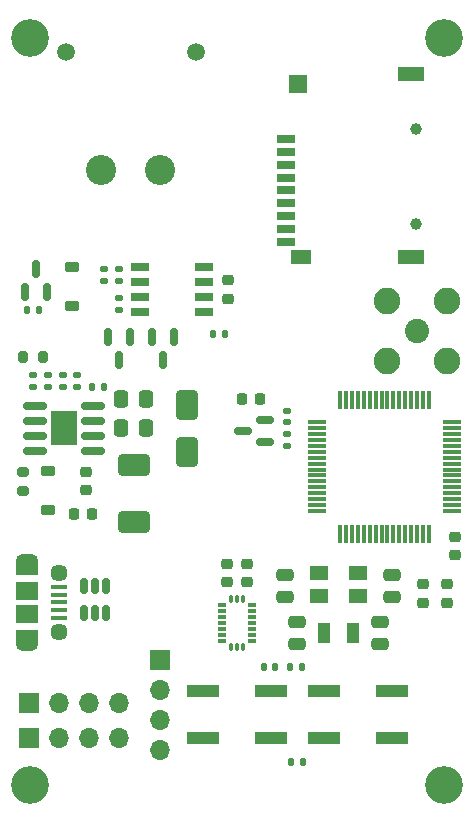
<source format=gbr>
%TF.GenerationSoftware,KiCad,Pcbnew,7.0.2*%
%TF.CreationDate,2023-04-27T13:29:06+10:00*%
%TF.ProjectId,neptune,6e657074-756e-4652-9e6b-696361645f70,rev?*%
%TF.SameCoordinates,Original*%
%TF.FileFunction,Soldermask,Top*%
%TF.FilePolarity,Negative*%
%FSLAX46Y46*%
G04 Gerber Fmt 4.6, Leading zero omitted, Abs format (unit mm)*
G04 Created by KiCad (PCBNEW 7.0.2) date 2023-04-27 13:29:06*
%MOMM*%
%LPD*%
G01*
G04 APERTURE LIST*
G04 Aperture macros list*
%AMRoundRect*
0 Rectangle with rounded corners*
0 $1 Rounding radius*
0 $2 $3 $4 $5 $6 $7 $8 $9 X,Y pos of 4 corners*
0 Add a 4 corners polygon primitive as box body*
4,1,4,$2,$3,$4,$5,$6,$7,$8,$9,$2,$3,0*
0 Add four circle primitives for the rounded corners*
1,1,$1+$1,$2,$3*
1,1,$1+$1,$4,$5*
1,1,$1+$1,$6,$7*
1,1,$1+$1,$8,$9*
0 Add four rect primitives between the rounded corners*
20,1,$1+$1,$2,$3,$4,$5,0*
20,1,$1+$1,$4,$5,$6,$7,0*
20,1,$1+$1,$6,$7,$8,$9,0*
20,1,$1+$1,$8,$9,$2,$3,0*%
G04 Aperture macros list end*
%ADD10R,1.600000X1.300000*%
%ADD11RoundRect,0.135000X-0.185000X0.135000X-0.185000X-0.135000X0.185000X-0.135000X0.185000X0.135000X0*%
%ADD12RoundRect,0.250000X-0.475000X0.250000X-0.475000X-0.250000X0.475000X-0.250000X0.475000X0.250000X0*%
%ADD13RoundRect,0.140000X-0.170000X0.140000X-0.170000X-0.140000X0.170000X-0.140000X0.170000X0.140000X0*%
%ADD14RoundRect,0.150000X-0.150000X0.587500X-0.150000X-0.587500X0.150000X-0.587500X0.150000X0.587500X0*%
%ADD15RoundRect,0.135000X-0.135000X-0.185000X0.135000X-0.185000X0.135000X0.185000X-0.135000X0.185000X0*%
%ADD16RoundRect,0.200000X0.200000X0.275000X-0.200000X0.275000X-0.200000X-0.275000X0.200000X-0.275000X0*%
%ADD17RoundRect,0.140000X0.170000X-0.140000X0.170000X0.140000X-0.170000X0.140000X-0.170000X-0.140000X0*%
%ADD18RoundRect,0.225000X-0.225000X-0.250000X0.225000X-0.250000X0.225000X0.250000X-0.225000X0.250000X0*%
%ADD19RoundRect,0.140000X0.140000X0.170000X-0.140000X0.170000X-0.140000X-0.170000X0.140000X-0.170000X0*%
%ADD20RoundRect,0.225000X-0.250000X0.225000X-0.250000X-0.225000X0.250000X-0.225000X0.250000X0.225000X0*%
%ADD21RoundRect,0.225000X-0.375000X0.225000X-0.375000X-0.225000X0.375000X-0.225000X0.375000X0.225000X0*%
%ADD22C,3.200000*%
%ADD23RoundRect,0.135000X0.185000X-0.135000X0.185000X0.135000X-0.185000X0.135000X-0.185000X-0.135000X0*%
%ADD24R,1.700000X1.700000*%
%ADD25O,1.700000X1.700000*%
%ADD26C,1.000000*%
%ADD27R,1.600000X0.700000*%
%ADD28R,1.500000X1.600000*%
%ADD29R,2.200000X1.200000*%
%ADD30R,1.800000X1.200000*%
%ADD31RoundRect,0.150000X0.587500X0.150000X-0.587500X0.150000X-0.587500X-0.150000X0.587500X-0.150000X0*%
%ADD32RoundRect,0.476250X-0.918750X0.476250X-0.918750X-0.476250X0.918750X-0.476250X0.918750X0.476250X0*%
%ADD33RoundRect,0.150000X0.150000X-0.587500X0.150000X0.587500X-0.150000X0.587500X-0.150000X-0.587500X0*%
%ADD34C,2.550000*%
%ADD35C,1.500000*%
%ADD36RoundRect,0.150000X0.825000X0.150000X-0.825000X0.150000X-0.825000X-0.150000X0.825000X-0.150000X0*%
%ADD37R,2.290000X3.000000*%
%ADD38C,2.050000*%
%ADD39C,2.250000*%
%ADD40RoundRect,0.225000X0.250000X-0.225000X0.250000X0.225000X-0.250000X0.225000X-0.250000X-0.225000X0*%
%ADD41RoundRect,0.200000X-0.275000X0.200000X-0.275000X-0.200000X0.275000X-0.200000X0.275000X0.200000X0*%
%ADD42R,1.350000X0.400000*%
%ADD43O,1.900000X1.200000*%
%ADD44R,1.900000X1.200000*%
%ADD45C,1.450000*%
%ADD46R,1.900000X1.500000*%
%ADD47RoundRect,0.250000X-0.337500X-0.475000X0.337500X-0.475000X0.337500X0.475000X-0.337500X0.475000X0*%
%ADD48RoundRect,0.150000X0.150000X-0.512500X0.150000X0.512500X-0.150000X0.512500X-0.150000X-0.512500X0*%
%ADD49RoundRect,0.075000X-0.700000X-0.075000X0.700000X-0.075000X0.700000X0.075000X-0.700000X0.075000X0*%
%ADD50RoundRect,0.075000X-0.075000X-0.700000X0.075000X-0.700000X0.075000X0.700000X-0.075000X0.700000X0*%
%ADD51R,2.800000X1.000000*%
%ADD52RoundRect,0.250000X0.650000X-1.000000X0.650000X1.000000X-0.650000X1.000000X-0.650000X-1.000000X0*%
%ADD53R,1.525000X0.700000*%
%ADD54R,1.000000X1.800000*%
%ADD55RoundRect,0.005000X-0.332500X-0.120000X0.332500X-0.120000X0.332500X0.120000X-0.332500X0.120000X0*%
%ADD56RoundRect,0.005000X0.120000X-0.270000X0.120000X0.270000X-0.120000X0.270000X-0.120000X-0.270000X0*%
G04 APERTURE END LIST*
D10*
%TO.C,Y2*%
X117200000Y-110000000D03*
X120500000Y-110000000D03*
X120500000Y-108000000D03*
X117200000Y-108000000D03*
%TD*%
D11*
%TO.C,R4*%
X100250000Y-82240000D03*
X100250000Y-83260000D03*
%TD*%
D12*
%TO.C,C3*%
X123350000Y-108150000D03*
X123350000Y-110050000D03*
%TD*%
D13*
%TO.C,C16*%
X114475000Y-96270000D03*
X114475000Y-97230000D03*
%TD*%
D14*
%TO.C,U1*%
X104950000Y-88062500D03*
X103050000Y-88062500D03*
X104000000Y-89937500D03*
%TD*%
D15*
%TO.C,R10*%
X114840000Y-124025000D03*
X115860000Y-124025000D03*
%TD*%
D16*
%TO.C,R9*%
X93825000Y-89750000D03*
X92175000Y-89750000D03*
%TD*%
D17*
%TO.C,C15*%
X96750000Y-92230000D03*
X96750000Y-91270000D03*
%TD*%
D12*
%TO.C,C21*%
X114350000Y-108150000D03*
X114350000Y-110050000D03*
%TD*%
D18*
%TO.C,C19*%
X96475000Y-103000000D03*
X98025000Y-103000000D03*
%TD*%
D15*
%TO.C,R11*%
X114740000Y-116000000D03*
X115760000Y-116000000D03*
%TD*%
D19*
%TO.C,C20*%
X113480000Y-116000000D03*
X112520000Y-116000000D03*
%TD*%
D20*
%TO.C,C7*%
X109500000Y-83225000D03*
X109500000Y-84775000D03*
%TD*%
D21*
%TO.C,D3*%
X94250000Y-99350000D03*
X94250000Y-102650000D03*
%TD*%
D22*
%TO.C,H1*%
X127750000Y-62750000D03*
%TD*%
D23*
%TO.C,R7*%
X94250000Y-92260000D03*
X94250000Y-91240000D03*
%TD*%
D24*
%TO.C,J7*%
X92670000Y-119000000D03*
D25*
X95210000Y-119000000D03*
X97750000Y-119000000D03*
X100290000Y-119000000D03*
%TD*%
D26*
%TO.C,J1*%
X125400000Y-78425000D03*
X125400000Y-70425000D03*
D27*
X114400000Y-71225000D03*
X114400000Y-72325000D03*
X114400000Y-73425000D03*
X114400000Y-74525000D03*
X114400000Y-75625000D03*
X114400000Y-76725000D03*
X114400000Y-77825000D03*
X114400000Y-78925000D03*
X114400000Y-80025000D03*
D28*
X115450000Y-66625000D03*
D29*
X125000000Y-65725000D03*
X125000000Y-81225000D03*
D30*
X115700000Y-81225000D03*
%TD*%
D20*
%TO.C,C4*%
X128010000Y-108975000D03*
X128010000Y-110525000D03*
%TD*%
D22*
%TO.C,H2*%
X92750000Y-62750000D03*
%TD*%
D31*
%TO.C,U4*%
X112662500Y-96950000D03*
X112662500Y-95050000D03*
X110787500Y-96000000D03*
%TD*%
D24*
%TO.C,J5*%
X103750000Y-115380000D03*
D25*
X103750000Y-117920000D03*
X103750000Y-120460000D03*
X103750000Y-123000000D03*
%TD*%
D32*
%TO.C,L1*%
X101500000Y-98824500D03*
X101500000Y-103675500D03*
%TD*%
D23*
%TO.C,R3*%
X99000000Y-83260000D03*
X99000000Y-82240000D03*
%TD*%
D18*
%TO.C,C6*%
X110700000Y-93250000D03*
X112250000Y-93250000D03*
%TD*%
D33*
%TO.C,Q1*%
X92300000Y-84187500D03*
X94200000Y-84187500D03*
X93250000Y-82312500D03*
%TD*%
D34*
%TO.C,J2*%
X98750000Y-73912000D03*
X103750000Y-73912000D03*
D35*
X106750000Y-63912000D03*
X95750000Y-63912000D03*
%TD*%
D36*
%TO.C,U3*%
X98075000Y-97655000D03*
X98075000Y-96385000D03*
X98075000Y-95115000D03*
X98075000Y-93845000D03*
X93125000Y-93845000D03*
X93125000Y-95115000D03*
X93125000Y-96385000D03*
X93125000Y-97655000D03*
D37*
X95600000Y-95750000D03*
%TD*%
D38*
%TO.C,J3*%
X125460000Y-87540000D03*
D39*
X122920000Y-85000000D03*
X122920000Y-90080000D03*
X128000000Y-85000000D03*
X128000000Y-90080000D03*
%TD*%
D40*
%TO.C,C8*%
X97500000Y-101025000D03*
X97500000Y-99475000D03*
%TD*%
D13*
%TO.C,C18*%
X95500000Y-91270000D03*
X95500000Y-92230000D03*
%TD*%
D12*
%TO.C,C1*%
X122350000Y-112150000D03*
X122350000Y-114050000D03*
%TD*%
D11*
%TO.C,R1*%
X100250000Y-84740000D03*
X100250000Y-85760000D03*
%TD*%
D13*
%TO.C,C13*%
X114475000Y-94270000D03*
X114475000Y-95230000D03*
%TD*%
D41*
%TO.C,R8*%
X92150000Y-99425000D03*
X92150000Y-101075000D03*
%TD*%
D20*
%TO.C,C26*%
X128750000Y-104975000D03*
X128750000Y-106525000D03*
%TD*%
D15*
%TO.C,R5*%
X108240000Y-87750000D03*
X109260000Y-87750000D03*
%TD*%
D42*
%TO.C,J4*%
X95212500Y-109200000D03*
X95212500Y-109850000D03*
X95212500Y-110500000D03*
X95212500Y-111150000D03*
X95212500Y-111800000D03*
D43*
X92512500Y-107000000D03*
D44*
X92512500Y-107600000D03*
D45*
X95212500Y-108000000D03*
D46*
X92512500Y-109500000D03*
X92512500Y-111500000D03*
D45*
X95212500Y-113000000D03*
D44*
X92512500Y-113400000D03*
D43*
X92512500Y-114000000D03*
%TD*%
D47*
%TO.C,C14*%
X100462500Y-93250000D03*
X102537500Y-93250000D03*
%TD*%
D48*
%TO.C,U6*%
X97300000Y-111387500D03*
X98250000Y-111387500D03*
X99200000Y-111387500D03*
X99200000Y-109112500D03*
X98250000Y-109112500D03*
X97300000Y-109112500D03*
%TD*%
D22*
%TO.C,H3*%
X92750000Y-126000000D03*
%TD*%
D49*
%TO.C,U7*%
X117075000Y-95250000D03*
X117075000Y-95750000D03*
X117075000Y-96250000D03*
X117075000Y-96750000D03*
X117075000Y-97250000D03*
X117075000Y-97750000D03*
X117075000Y-98250000D03*
X117075000Y-98750000D03*
X117075000Y-99250000D03*
X117075000Y-99750000D03*
X117075000Y-100250000D03*
X117075000Y-100750000D03*
X117075000Y-101250000D03*
X117075000Y-101750000D03*
X117075000Y-102250000D03*
X117075000Y-102750000D03*
D50*
X119000000Y-104675000D03*
X119500000Y-104675000D03*
X120000000Y-104675000D03*
X120500000Y-104675000D03*
X121000000Y-104675000D03*
X121500000Y-104675000D03*
X122000000Y-104675000D03*
X122500000Y-104675000D03*
X123000000Y-104675000D03*
X123500000Y-104675000D03*
X124000000Y-104675000D03*
X124500000Y-104675000D03*
X125000000Y-104675000D03*
X125500000Y-104675000D03*
X126000000Y-104675000D03*
X126500000Y-104675000D03*
D49*
X128425000Y-102750000D03*
X128425000Y-102250000D03*
X128425000Y-101750000D03*
X128425000Y-101250000D03*
X128425000Y-100750000D03*
X128425000Y-100250000D03*
X128425000Y-99750000D03*
X128425000Y-99250000D03*
X128425000Y-98750000D03*
X128425000Y-98250000D03*
X128425000Y-97750000D03*
X128425000Y-97250000D03*
X128425000Y-96750000D03*
X128425000Y-96250000D03*
X128425000Y-95750000D03*
X128425000Y-95250000D03*
D50*
X126500000Y-93325000D03*
X126000000Y-93325000D03*
X125500000Y-93325000D03*
X125000000Y-93325000D03*
X124500000Y-93325000D03*
X124000000Y-93325000D03*
X123500000Y-93325000D03*
X123000000Y-93325000D03*
X122500000Y-93325000D03*
X122000000Y-93325000D03*
X121500000Y-93325000D03*
X121000000Y-93325000D03*
X120500000Y-93325000D03*
X120000000Y-93325000D03*
X119500000Y-93325000D03*
X119000000Y-93325000D03*
%TD*%
D12*
%TO.C,C2*%
X115350000Y-112150000D03*
X115350000Y-114050000D03*
%TD*%
D22*
%TO.C,H4*%
X127750000Y-126000000D03*
%TD*%
D47*
%TO.C,C12*%
X100462500Y-95750000D03*
X102537500Y-95750000D03*
%TD*%
D17*
%TO.C,C17*%
X93000000Y-92230000D03*
X93000000Y-91270000D03*
%TD*%
D51*
%TO.C,SW1*%
X123400000Y-122000000D03*
X117600000Y-122000000D03*
X123400000Y-118000000D03*
X117600000Y-118000000D03*
%TD*%
D20*
%TO.C,C5*%
X126000000Y-108975000D03*
X126000000Y-110525000D03*
%TD*%
D40*
%TO.C,C24*%
X109375000Y-108787249D03*
X109375000Y-107237249D03*
%TD*%
D21*
%TO.C,D1*%
X96250000Y-82100000D03*
X96250000Y-85400000D03*
%TD*%
D51*
%TO.C,SW2*%
X113150000Y-122000000D03*
X107350000Y-122000000D03*
X113150000Y-118000000D03*
X107350000Y-118000000D03*
%TD*%
D40*
%TO.C,C25*%
X111125000Y-108787249D03*
X111125000Y-107237249D03*
%TD*%
D52*
%TO.C,D2*%
X106000000Y-97750000D03*
X106000000Y-93750000D03*
%TD*%
D53*
%TO.C,U2*%
X102038000Y-82095000D03*
X102038000Y-83365000D03*
X102038000Y-84635000D03*
X102038000Y-85905000D03*
X107462000Y-85905000D03*
X107462000Y-84635000D03*
X107462000Y-83365000D03*
X107462000Y-82095000D03*
%TD*%
D54*
%TO.C,Y1*%
X120100000Y-113100000D03*
X117600000Y-113100000D03*
%TD*%
D55*
%TO.C,U8*%
X111512500Y-110750000D03*
X111512500Y-111250000D03*
X111512500Y-111750000D03*
X111512500Y-112250000D03*
X111512500Y-112750000D03*
X111512500Y-113250000D03*
X111512500Y-113750000D03*
D56*
X110750000Y-114300000D03*
X110250000Y-114300000D03*
X109750000Y-114300000D03*
D55*
X108987500Y-113750000D03*
X108987500Y-113250000D03*
X108987500Y-112750000D03*
X108987500Y-112250000D03*
X108987500Y-111750000D03*
X108987500Y-111250000D03*
X108987500Y-110750000D03*
D56*
X109750000Y-110200000D03*
X110250000Y-110200000D03*
X110750000Y-110200000D03*
%TD*%
D24*
%TO.C,J6*%
X92670000Y-122000000D03*
D25*
X95210000Y-122000000D03*
X97750000Y-122000000D03*
X100290000Y-122000000D03*
%TD*%
D15*
%TO.C,R6*%
X97990000Y-92250000D03*
X99010000Y-92250000D03*
%TD*%
%TO.C,R2*%
X92490000Y-85750000D03*
X93510000Y-85750000D03*
%TD*%
D14*
%TO.C,Q2*%
X101200000Y-88062500D03*
X99300000Y-88062500D03*
X100250000Y-89937500D03*
%TD*%
M02*

</source>
